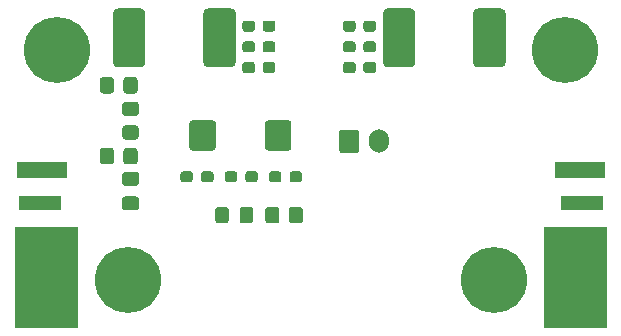
<source format=gbr>
%TF.GenerationSoftware,KiCad,Pcbnew,5.1.9-73d0e3b20d~88~ubuntu20.04.1*%
%TF.CreationDate,2021-01-30T11:41:37+01:00*%
%TF.ProjectId,mhl21336_pa,6d686c32-3133-4333-965f-70612e6b6963,1*%
%TF.SameCoordinates,Original*%
%TF.FileFunction,Soldermask,Top*%
%TF.FilePolarity,Negative*%
%FSLAX46Y46*%
G04 Gerber Fmt 4.6, Leading zero omitted, Abs format (unit mm)*
G04 Created by KiCad (PCBNEW 5.1.9-73d0e3b20d~88~ubuntu20.04.1) date 2021-01-30 11:41:37*
%MOMM*%
%LPD*%
G01*
G04 APERTURE LIST*
%ADD10C,0.100000*%
%ADD11O,1.700000X2.000000*%
%ADD12R,3.600000X1.270000*%
%ADD13R,4.200000X1.350000*%
%ADD14C,5.600000*%
G04 APERTURE END LIST*
D10*
G36*
X153500000Y-70000000D02*
G01*
X148250000Y-70000000D01*
X148250000Y-61500000D01*
X153500000Y-61500000D01*
X153500000Y-70000000D01*
G37*
X153500000Y-70000000D02*
X148250000Y-70000000D01*
X148250000Y-61500000D01*
X153500000Y-61500000D01*
X153500000Y-70000000D01*
G36*
X108750000Y-70000000D02*
G01*
X103500000Y-70000000D01*
X103500000Y-61500000D01*
X108750000Y-61500000D01*
X108750000Y-70000000D01*
G37*
X108750000Y-70000000D02*
X103500000Y-70000000D01*
X103500000Y-61500000D01*
X108750000Y-61500000D01*
X108750000Y-70000000D01*
%TO.C,R4*%
G36*
G01*
X125850000Y-60049999D02*
X125850000Y-60950001D01*
G75*
G02*
X125600001Y-61200000I-249999J0D01*
G01*
X124899999Y-61200000D01*
G75*
G02*
X124650000Y-60950001I0J249999D01*
G01*
X124650000Y-60049999D01*
G75*
G02*
X124899999Y-59800000I249999J0D01*
G01*
X125600001Y-59800000D01*
G75*
G02*
X125850000Y-60049999I0J-249999D01*
G01*
G37*
G36*
G01*
X127850000Y-60049999D02*
X127850000Y-60950001D01*
G75*
G02*
X127600001Y-61200000I-249999J0D01*
G01*
X126899999Y-61200000D01*
G75*
G02*
X126650000Y-60950001I0J249999D01*
G01*
X126650000Y-60049999D01*
G75*
G02*
X126899999Y-59800000I249999J0D01*
G01*
X127600001Y-59800000D01*
G75*
G02*
X127850000Y-60049999I0J-249999D01*
G01*
G37*
%TD*%
%TO.C,R3*%
G36*
G01*
X111850000Y-49049999D02*
X111850000Y-49950001D01*
G75*
G02*
X111600001Y-50200000I-249999J0D01*
G01*
X110899999Y-50200000D01*
G75*
G02*
X110650000Y-49950001I0J249999D01*
G01*
X110650000Y-49049999D01*
G75*
G02*
X110899999Y-48800000I249999J0D01*
G01*
X111600001Y-48800000D01*
G75*
G02*
X111850000Y-49049999I0J-249999D01*
G01*
G37*
G36*
G01*
X113850000Y-49049999D02*
X113850000Y-49950001D01*
G75*
G02*
X113600001Y-50200000I-249999J0D01*
G01*
X112899999Y-50200000D01*
G75*
G02*
X112650000Y-49950001I0J249999D01*
G01*
X112650000Y-49049999D01*
G75*
G02*
X112899999Y-48800000I249999J0D01*
G01*
X113600001Y-48800000D01*
G75*
G02*
X113850000Y-49049999I0J-249999D01*
G01*
G37*
%TD*%
%TO.C,R2*%
G36*
G01*
X112799999Y-52900000D02*
X113700001Y-52900000D01*
G75*
G02*
X113950000Y-53149999I0J-249999D01*
G01*
X113950000Y-53850001D01*
G75*
G02*
X113700001Y-54100000I-249999J0D01*
G01*
X112799999Y-54100000D01*
G75*
G02*
X112550000Y-53850001I0J249999D01*
G01*
X112550000Y-53149999D01*
G75*
G02*
X112799999Y-52900000I249999J0D01*
G01*
G37*
G36*
G01*
X112799999Y-50900000D02*
X113700001Y-50900000D01*
G75*
G02*
X113950000Y-51149999I0J-249999D01*
G01*
X113950000Y-51850001D01*
G75*
G02*
X113700001Y-52100000I-249999J0D01*
G01*
X112799999Y-52100000D01*
G75*
G02*
X112550000Y-51850001I0J249999D01*
G01*
X112550000Y-51149999D01*
G75*
G02*
X112799999Y-50900000I249999J0D01*
G01*
G37*
%TD*%
%TO.C,R1*%
G36*
G01*
X111850000Y-55049999D02*
X111850000Y-55950001D01*
G75*
G02*
X111600001Y-56200000I-249999J0D01*
G01*
X110899999Y-56200000D01*
G75*
G02*
X110650000Y-55950001I0J249999D01*
G01*
X110650000Y-55049999D01*
G75*
G02*
X110899999Y-54800000I249999J0D01*
G01*
X111600001Y-54800000D01*
G75*
G02*
X111850000Y-55049999I0J-249999D01*
G01*
G37*
G36*
G01*
X113850000Y-55049999D02*
X113850000Y-55950001D01*
G75*
G02*
X113600001Y-56200000I-249999J0D01*
G01*
X112899999Y-56200000D01*
G75*
G02*
X112650000Y-55950001I0J249999D01*
G01*
X112650000Y-55049999D01*
G75*
G02*
X112899999Y-54800000I249999J0D01*
G01*
X113600001Y-54800000D01*
G75*
G02*
X113850000Y-55049999I0J-249999D01*
G01*
G37*
%TD*%
%TO.C,C1*%
G36*
G01*
X112775000Y-58912500D02*
X113725000Y-58912500D01*
G75*
G02*
X113975000Y-59162500I0J-250000D01*
G01*
X113975000Y-59837500D01*
G75*
G02*
X113725000Y-60087500I-250000J0D01*
G01*
X112775000Y-60087500D01*
G75*
G02*
X112525000Y-59837500I0J250000D01*
G01*
X112525000Y-59162500D01*
G75*
G02*
X112775000Y-58912500I250000J0D01*
G01*
G37*
G36*
G01*
X112775000Y-56837500D02*
X113725000Y-56837500D01*
G75*
G02*
X113975000Y-57087500I0J-250000D01*
G01*
X113975000Y-57762500D01*
G75*
G02*
X113725000Y-58012500I-250000J0D01*
G01*
X112775000Y-58012500D01*
G75*
G02*
X112525000Y-57762500I0J250000D01*
G01*
X112525000Y-57087500D01*
G75*
G02*
X112775000Y-56837500I250000J0D01*
G01*
G37*
%TD*%
%TO.C,C8*%
G36*
G01*
X132962500Y-44737500D02*
X132962500Y-44262500D01*
G75*
G02*
X133200000Y-44025000I237500J0D01*
G01*
X133800000Y-44025000D01*
G75*
G02*
X134037500Y-44262500I0J-237500D01*
G01*
X134037500Y-44737500D01*
G75*
G02*
X133800000Y-44975000I-237500J0D01*
G01*
X133200000Y-44975000D01*
G75*
G02*
X132962500Y-44737500I0J237500D01*
G01*
G37*
G36*
G01*
X131237500Y-44737500D02*
X131237500Y-44262500D01*
G75*
G02*
X131475000Y-44025000I237500J0D01*
G01*
X132075000Y-44025000D01*
G75*
G02*
X132312500Y-44262500I0J-237500D01*
G01*
X132312500Y-44737500D01*
G75*
G02*
X132075000Y-44975000I-237500J0D01*
G01*
X131475000Y-44975000D01*
G75*
G02*
X131237500Y-44737500I0J237500D01*
G01*
G37*
%TD*%
%TO.C,C7*%
G36*
G01*
X132962500Y-46487500D02*
X132962500Y-46012500D01*
G75*
G02*
X133200000Y-45775000I237500J0D01*
G01*
X133800000Y-45775000D01*
G75*
G02*
X134037500Y-46012500I0J-237500D01*
G01*
X134037500Y-46487500D01*
G75*
G02*
X133800000Y-46725000I-237500J0D01*
G01*
X133200000Y-46725000D01*
G75*
G02*
X132962500Y-46487500I0J237500D01*
G01*
G37*
G36*
G01*
X131237500Y-46487500D02*
X131237500Y-46012500D01*
G75*
G02*
X131475000Y-45775000I237500J0D01*
G01*
X132075000Y-45775000D01*
G75*
G02*
X132312500Y-46012500I0J-237500D01*
G01*
X132312500Y-46487500D01*
G75*
G02*
X132075000Y-46725000I-237500J0D01*
G01*
X131475000Y-46725000D01*
G75*
G02*
X131237500Y-46487500I0J237500D01*
G01*
G37*
%TD*%
%TO.C,C6*%
G36*
G01*
X132962500Y-48237500D02*
X132962500Y-47762500D01*
G75*
G02*
X133200000Y-47525000I237500J0D01*
G01*
X133800000Y-47525000D01*
G75*
G02*
X134037500Y-47762500I0J-237500D01*
G01*
X134037500Y-48237500D01*
G75*
G02*
X133800000Y-48475000I-237500J0D01*
G01*
X133200000Y-48475000D01*
G75*
G02*
X132962500Y-48237500I0J237500D01*
G01*
G37*
G36*
G01*
X131237500Y-48237500D02*
X131237500Y-47762500D01*
G75*
G02*
X131475000Y-47525000I237500J0D01*
G01*
X132075000Y-47525000D01*
G75*
G02*
X132312500Y-47762500I0J-237500D01*
G01*
X132312500Y-48237500D01*
G75*
G02*
X132075000Y-48475000I-237500J0D01*
G01*
X131475000Y-48475000D01*
G75*
G02*
X131237500Y-48237500I0J237500D01*
G01*
G37*
%TD*%
%TO.C,C5*%
G36*
G01*
X124437500Y-44737500D02*
X124437500Y-44262500D01*
G75*
G02*
X124675000Y-44025000I237500J0D01*
G01*
X125275000Y-44025000D01*
G75*
G02*
X125512500Y-44262500I0J-237500D01*
G01*
X125512500Y-44737500D01*
G75*
G02*
X125275000Y-44975000I-237500J0D01*
G01*
X124675000Y-44975000D01*
G75*
G02*
X124437500Y-44737500I0J237500D01*
G01*
G37*
G36*
G01*
X122712500Y-44737500D02*
X122712500Y-44262500D01*
G75*
G02*
X122950000Y-44025000I237500J0D01*
G01*
X123550000Y-44025000D01*
G75*
G02*
X123787500Y-44262500I0J-237500D01*
G01*
X123787500Y-44737500D01*
G75*
G02*
X123550000Y-44975000I-237500J0D01*
G01*
X122950000Y-44975000D01*
G75*
G02*
X122712500Y-44737500I0J237500D01*
G01*
G37*
%TD*%
%TO.C,C4*%
G36*
G01*
X124437500Y-46487500D02*
X124437500Y-46012500D01*
G75*
G02*
X124675000Y-45775000I237500J0D01*
G01*
X125275000Y-45775000D01*
G75*
G02*
X125512500Y-46012500I0J-237500D01*
G01*
X125512500Y-46487500D01*
G75*
G02*
X125275000Y-46725000I-237500J0D01*
G01*
X124675000Y-46725000D01*
G75*
G02*
X124437500Y-46487500I0J237500D01*
G01*
G37*
G36*
G01*
X122712500Y-46487500D02*
X122712500Y-46012500D01*
G75*
G02*
X122950000Y-45775000I237500J0D01*
G01*
X123550000Y-45775000D01*
G75*
G02*
X123787500Y-46012500I0J-237500D01*
G01*
X123787500Y-46487500D01*
G75*
G02*
X123550000Y-46725000I-237500J0D01*
G01*
X122950000Y-46725000D01*
G75*
G02*
X122712500Y-46487500I0J237500D01*
G01*
G37*
%TD*%
%TO.C,C3*%
G36*
G01*
X124437500Y-48237500D02*
X124437500Y-47762500D01*
G75*
G02*
X124675000Y-47525000I237500J0D01*
G01*
X125275000Y-47525000D01*
G75*
G02*
X125512500Y-47762500I0J-237500D01*
G01*
X125512500Y-48237500D01*
G75*
G02*
X125275000Y-48475000I-237500J0D01*
G01*
X124675000Y-48475000D01*
G75*
G02*
X124437500Y-48237500I0J237500D01*
G01*
G37*
G36*
G01*
X122712500Y-48237500D02*
X122712500Y-47762500D01*
G75*
G02*
X122950000Y-47525000I237500J0D01*
G01*
X123550000Y-47525000D01*
G75*
G02*
X123787500Y-47762500I0J-237500D01*
G01*
X123787500Y-48237500D01*
G75*
G02*
X123550000Y-48475000I-237500J0D01*
G01*
X122950000Y-48475000D01*
G75*
G02*
X122712500Y-48237500I0J237500D01*
G01*
G37*
%TD*%
%TO.C,C2*%
G36*
G01*
X120475000Y-52724999D02*
X120475000Y-54775001D01*
G75*
G02*
X120225001Y-55025000I-249999J0D01*
G01*
X118474999Y-55025000D01*
G75*
G02*
X118225000Y-54775001I0J249999D01*
G01*
X118225000Y-52724999D01*
G75*
G02*
X118474999Y-52475000I249999J0D01*
G01*
X120225001Y-52475000D01*
G75*
G02*
X120475000Y-52724999I0J-249999D01*
G01*
G37*
G36*
G01*
X126875000Y-52724999D02*
X126875000Y-54775001D01*
G75*
G02*
X126625001Y-55025000I-249999J0D01*
G01*
X124874999Y-55025000D01*
G75*
G02*
X124625000Y-54775001I0J249999D01*
G01*
X124625000Y-52724999D01*
G75*
G02*
X124874999Y-52475000I249999J0D01*
G01*
X126625001Y-52475000D01*
G75*
G02*
X126875000Y-52724999I0J-249999D01*
G01*
G37*
%TD*%
%TO.C,U1*%
G36*
G01*
X142260000Y-47596250D02*
X142260000Y-43393750D01*
G75*
G02*
X142658750Y-42995000I398750J0D01*
G01*
X144611250Y-42995000D01*
G75*
G02*
X145010000Y-43393750I0J-398750D01*
G01*
X145010000Y-47596250D01*
G75*
G02*
X144611250Y-47995000I-398750J0D01*
G01*
X142658750Y-47995000D01*
G75*
G02*
X142260000Y-47596250I0J398750D01*
G01*
G37*
G36*
G01*
X134610000Y-47596250D02*
X134610000Y-43393750D01*
G75*
G02*
X135008750Y-42995000I398750J0D01*
G01*
X136961250Y-42995000D01*
G75*
G02*
X137360000Y-43393750I0J-398750D01*
G01*
X137360000Y-47596250D01*
G75*
G02*
X136961250Y-47995000I-398750J0D01*
G01*
X135008750Y-47995000D01*
G75*
G02*
X134610000Y-47596250I0J398750D01*
G01*
G37*
G36*
G01*
X119410000Y-47596250D02*
X119410000Y-43393750D01*
G75*
G02*
X119808750Y-42995000I398750J0D01*
G01*
X121761250Y-42995000D01*
G75*
G02*
X122160000Y-43393750I0J-398750D01*
G01*
X122160000Y-47596250D01*
G75*
G02*
X121761250Y-47995000I-398750J0D01*
G01*
X119808750Y-47995000D01*
G75*
G02*
X119410000Y-47596250I0J398750D01*
G01*
G37*
G36*
G01*
X111760000Y-47596250D02*
X111760000Y-43393750D01*
G75*
G02*
X112158750Y-42995000I398750J0D01*
G01*
X114111250Y-42995000D01*
G75*
G02*
X114510000Y-43393750I0J-398750D01*
G01*
X114510000Y-47596250D01*
G75*
G02*
X114111250Y-47995000I-398750J0D01*
G01*
X112158750Y-47995000D01*
G75*
G02*
X111760000Y-47596250I0J398750D01*
G01*
G37*
%TD*%
%TO.C,L3*%
G36*
G01*
X118525000Y-57012500D02*
X118525000Y-57487500D01*
G75*
G02*
X118287500Y-57725000I-237500J0D01*
G01*
X117712500Y-57725000D01*
G75*
G02*
X117475000Y-57487500I0J237500D01*
G01*
X117475000Y-57012500D01*
G75*
G02*
X117712500Y-56775000I237500J0D01*
G01*
X118287500Y-56775000D01*
G75*
G02*
X118525000Y-57012500I0J-237500D01*
G01*
G37*
G36*
G01*
X120275000Y-57012500D02*
X120275000Y-57487500D01*
G75*
G02*
X120037500Y-57725000I-237500J0D01*
G01*
X119462500Y-57725000D01*
G75*
G02*
X119225000Y-57487500I0J237500D01*
G01*
X119225000Y-57012500D01*
G75*
G02*
X119462500Y-56775000I237500J0D01*
G01*
X120037500Y-56775000D01*
G75*
G02*
X120275000Y-57012500I0J-237500D01*
G01*
G37*
%TD*%
%TO.C,L2*%
G36*
G01*
X122275000Y-57012500D02*
X122275000Y-57487500D01*
G75*
G02*
X122037500Y-57725000I-237500J0D01*
G01*
X121462500Y-57725000D01*
G75*
G02*
X121225000Y-57487500I0J237500D01*
G01*
X121225000Y-57012500D01*
G75*
G02*
X121462500Y-56775000I237500J0D01*
G01*
X122037500Y-56775000D01*
G75*
G02*
X122275000Y-57012500I0J-237500D01*
G01*
G37*
G36*
G01*
X124025000Y-57012500D02*
X124025000Y-57487500D01*
G75*
G02*
X123787500Y-57725000I-237500J0D01*
G01*
X123212500Y-57725000D01*
G75*
G02*
X122975000Y-57487500I0J237500D01*
G01*
X122975000Y-57012500D01*
G75*
G02*
X123212500Y-56775000I237500J0D01*
G01*
X123787500Y-56775000D01*
G75*
G02*
X124025000Y-57012500I0J-237500D01*
G01*
G37*
%TD*%
%TO.C,L1*%
G36*
G01*
X126025000Y-57012500D02*
X126025000Y-57487500D01*
G75*
G02*
X125787500Y-57725000I-237500J0D01*
G01*
X125212500Y-57725000D01*
G75*
G02*
X124975000Y-57487500I0J237500D01*
G01*
X124975000Y-57012500D01*
G75*
G02*
X125212500Y-56775000I237500J0D01*
G01*
X125787500Y-56775000D01*
G75*
G02*
X126025000Y-57012500I0J-237500D01*
G01*
G37*
G36*
G01*
X127775000Y-57012500D02*
X127775000Y-57487500D01*
G75*
G02*
X127537500Y-57725000I-237500J0D01*
G01*
X126962500Y-57725000D01*
G75*
G02*
X126725000Y-57487500I0J237500D01*
G01*
X126725000Y-57012500D01*
G75*
G02*
X126962500Y-56775000I237500J0D01*
G01*
X127537500Y-56775000D01*
G75*
G02*
X127775000Y-57012500I0J-237500D01*
G01*
G37*
%TD*%
D11*
%TO.C,J3*%
X134250000Y-54250000D03*
G36*
G01*
X130900000Y-55000000D02*
X130900000Y-53500000D01*
G75*
G02*
X131150000Y-53250000I250000J0D01*
G01*
X132350000Y-53250000D01*
G75*
G02*
X132600000Y-53500000I0J-250000D01*
G01*
X132600000Y-55000000D01*
G75*
G02*
X132350000Y-55250000I-250000J0D01*
G01*
X131150000Y-55250000D01*
G75*
G02*
X130900000Y-55000000I0J250000D01*
G01*
G37*
%TD*%
D12*
%TO.C,J2*%
X151500000Y-59500000D03*
D13*
X151300000Y-56675000D03*
X151300000Y-62325000D03*
%TD*%
D12*
%TO.C,J1*%
X105550000Y-59500000D03*
D13*
X105750000Y-62325000D03*
X105750000Y-56675000D03*
%TD*%
D14*
%TO.C,H4*%
X144000000Y-66000000D03*
%TD*%
%TO.C,H3*%
X113000000Y-66000000D03*
%TD*%
%TO.C,H2*%
X150000000Y-46500000D03*
%TD*%
%TO.C,H1*%
X107000000Y-46500000D03*
%TD*%
%TO.C,D1*%
G36*
G01*
X122475000Y-60950001D02*
X122475000Y-60049999D01*
G75*
G02*
X122724999Y-59800000I249999J0D01*
G01*
X123375001Y-59800000D01*
G75*
G02*
X123625000Y-60049999I0J-249999D01*
G01*
X123625000Y-60950001D01*
G75*
G02*
X123375001Y-61200000I-249999J0D01*
G01*
X122724999Y-61200000D01*
G75*
G02*
X122475000Y-60950001I0J249999D01*
G01*
G37*
G36*
G01*
X120425000Y-60950001D02*
X120425000Y-60049999D01*
G75*
G02*
X120674999Y-59800000I249999J0D01*
G01*
X121325001Y-59800000D01*
G75*
G02*
X121575000Y-60049999I0J-249999D01*
G01*
X121575000Y-60950001D01*
G75*
G02*
X121325001Y-61200000I-249999J0D01*
G01*
X120674999Y-61200000D01*
G75*
G02*
X120425000Y-60950001I0J249999D01*
G01*
G37*
%TD*%
M02*

</source>
